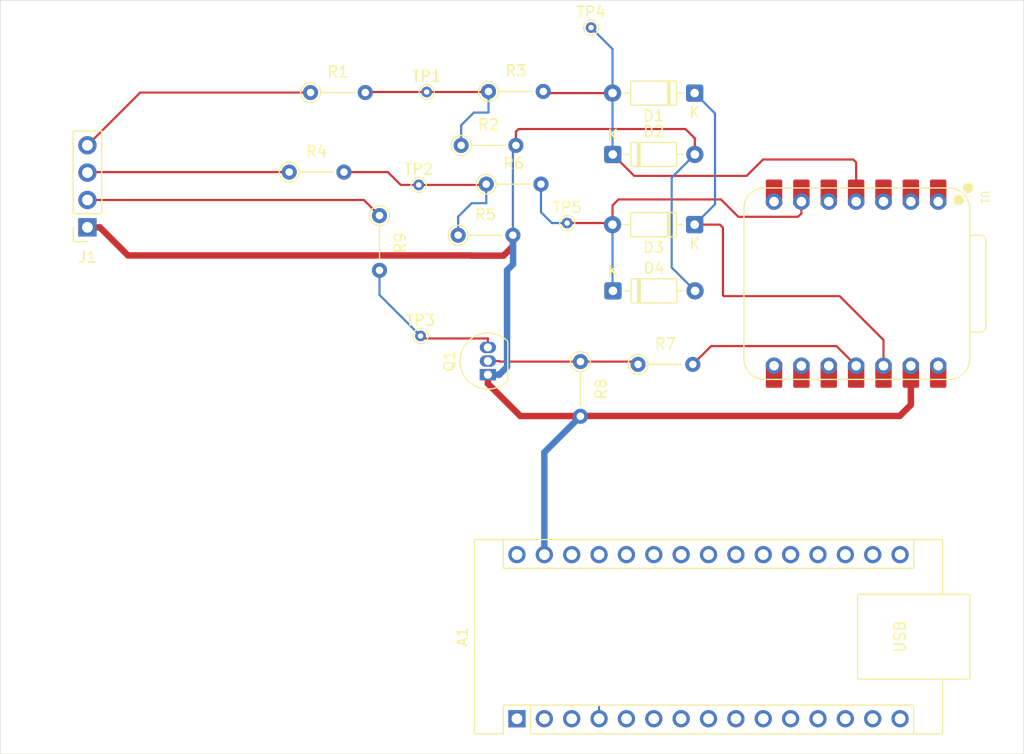
<source format=kicad_pcb>
(kicad_pcb (version 20241229) (generator "pcbnew") (generator_version "9.0")
  (layers (0 "F.Cu" signal) (2 "B.Cu" signal) (13 "F.Paste" user) (15 "B.Paste" user) (5 "F.SilkS" user "F.Silkscreen") (7 "B.SilkS" user "B.Silkscreen") (1 "F.Mask" user) (3 "B.Mask" user) (25 "Edge.Cuts" user))
  (net 0 "")
  (net 1 "Net-(D3-A)")
  (net 2 "Net-(D1-A)")
  (net 3 "Net-(D1-K)")
  (net 7 "Net-(J1-Pin_2)")
  (net 9 "Net-(U1-PA6_A10_D10_MOSI)")
  (net 12 "Net-(J1-Pin_4)")
  (net 13 "GND")
  (net 14 "Net-(J1-Pin_3)")
  (net 18 "Net-(Q1-G)")
  (net 19 "Net-(Q1-D)")
  (net 57 "Net-(R4-Pad2)")
  (net 58 "Net-(R1-Pad2)")
  (footprint "TestPoint:TestPoint_THTPad_D1.0mm_Drill0.5mm" (layer "F.Cu") (at 68.84 47.15)
    (property "Reference" "TP2" (at 0 -1.448 0) (layer "F.SilkS"))
    (property "Value" "TestPoint" (hide yes))
    (fp_circle (center 0 0) (end 0 0.7) (stroke (width 0.12)) (fill no) (layer "F.SilkS"))
    (pad "1" thru_hole circle (at 0 0) (size 1 1) (drill 0.5) (layers "*.Cu" "*.Mask") (net 57 "Net-(R4-Pad2)"))
  )
  (footprint "Diode_THT:D_DO-35_SOD27_P7.62mm_Horizontal" (layer "F.Cu") (at 86.85 44.32)
    (property "Reference" "D2" (at 3.81 -2.12 0) (layer "F.SilkS"))
    (property "Value" "BAT43")
    (fp_line (start 1.04 0) (end 1.69 0) (stroke (width 0.12)) (layer "F.SilkS"))
    (fp_line (start 2.29 -1.12) (end 2.29 1.12) (stroke (width 0.12)) (layer "F.SilkS"))
    (fp_line (start 2.41 -1.12) (end 2.41 1.12) (stroke (width 0.12)) (layer "F.SilkS"))
    (fp_line (start 2.53 -1.12) (end 2.53 1.12) (stroke (width 0.12)) (layer "F.SilkS"))
    (fp_line (start 6.58 0) (end 5.93 0) (stroke (width 0.12)) (layer "F.SilkS"))
    (fp_rect (start 1.69 -1.12) (end 5.93 1.12) (stroke (width 0.12)) (fill no) (layer "F.SilkS"))
    (fp_text user "K" (at 0 -1.8 0) (layer "F.SilkS"))
    (pad "1" thru_hole roundrect (at 0 0) (size 1.6 1.6) (drill 0.8) (layers "*.Cu" "*.Mask") (roundrect_rratio 0.15625) (net 2 "Net-(D1-A)"))
    (pad "2" thru_hole circle (at 7.62 0) (size 1.6 1.6) (drill 0.8) (layers "*.Cu" "*.Mask") (net 13 "GND"))
  )
  (footprint "Resistor_THT:R_Axial_DIN0204_L3.6mm_D1.6mm_P5.08mm_Vertical" (layer "F.Cu") (at 65.2 50 -90)
    (property "Reference" "R9" (at 2.54 -1.92 90) (layer "F.SilkS"))
    (property "Value" "100k")
    (fp_line (start 0.92 0) (end 4.08 0) (stroke (width 0.12)) (layer "F.SilkS"))
    (fp_circle (center 0 0) (end 0.92 0) (stroke (width 0.12)) (fill no) (layer "F.SilkS"))
    (pad "1" thru_hole circle (at 0 0 270) (size 1.4 1.4) (drill 0.7) (layers "*.Cu" "*.Mask") (net 7 "Net-(J1-Pin_2)"))
    (pad "2" thru_hole circle (at 5.08 0 270) (size 1.4 1.4) (drill 0.7) (layers "*.Cu" "*.Mask") (net 19 "Net-(Q1-D)"))
  )
  (footprint "MOUDLE-SEEEDUINO-XIAO-ESP32S3:XIAO-ESP32S3-DIP" (layer "F.Cu") (at 109.44 56.3223 -90)
    (property "Reference" "U1" (at -8 -12 270) (layer "F.SilkS") (effects (font (size 0.8 0.635) (thickness 0.1016))))
    (property "Value" "MOUDLE-SEEEDUINO-XIAO-ESP32S3")
    (fp_line (start -6.985 10.414) (end 6.985 10.414) (stroke (width 0.127)) (layer "F.SilkS"))
    (fp_line (start -8.89 8.509) (end -8.89 -8.636) (stroke (width 0.127)) (layer "F.SilkS"))
    (fp_line (start 8.89 8.509) (end 8.89 -8.636) (stroke (width 0.127)) (layer "F.SilkS"))
    (fp_line (start -4.495 -10.541) (end -4.491272 -11.551272) (stroke (width 0.127)) (layer "F.SilkS"))
    (fp_line (start 6.985 -10.541) (end -6.985 -10.541) (stroke (width 0.1)) (layer "F.SilkS"))
    (fp_line (start 6.985 -10.541) (end -6.985 -10.541) (stroke (width 0.127)) (layer "F.SilkS"))
    (fp_line (start 4.504 -11.551) (end 4.504 -10.541) (stroke (width 0.127)) (layer "F.SilkS"))
    (fp_line (start -3.991272 -12.051) (end 4.004 -12.051) (stroke (width 0.127)) (layer "F.SilkS"))
    (fp_arc (start -6.985 10.414) (mid -8.332038 9.856038) (end -8.89 8.509) (stroke (width 0.127)) (layer "F.SilkS"))
    (fp_arc (start 8.89 8.509) (mid 8.332038 9.856038) (end 6.985 10.414) (stroke (width 0.127)) (layer "F.SilkS"))
    (fp_arc (start -8.89 -8.636) (mid -8.332038 -9.983038) (end -6.985 -10.541) (stroke (width 0.127)) (layer "F.SilkS"))
    (fp_arc (start 6.985 -10.541) (mid 8.332038 -9.983038) (end 8.89 -8.636) (stroke (width 0.127)) (layer "F.SilkS"))
    (fp_arc (start -4.491272 -11.551272) (mid -4.344728 -11.90464) (end -3.991272 -12.051) (stroke (width 0.127)) (layer "F.SilkS"))
    (fp_arc (start 4.004 -12.051) (mid 4.357553 -11.904553) (end 4.504 -11.551) (stroke (width 0.127)) (layer "F.SilkS"))
    (fp_circle (center -7.761 -9.52) (end -7.761 -9.774) (stroke (width 0.5)) (fill yes) (layer "F.SilkS"))
    (fp_circle (center -8.904 -10.4) (end -8.904 -10.654) (stroke (width 0.5)) (fill yes) (layer "F.SilkS"))
    (pad "1" smd roundrect (at -8.455 -7.62 90) (size 2.432 1.524) (layers "F.Cu" "F.Mask") (roundrect_rratio 0.1))
    (pad "1" thru_hole circle (at -7.62 -7.62 90) (size 1.524 1.524) (drill 0.889) (layers "*.Cu" "*.Mask"))
    (pad "2" smd roundrect (at -8.455 -5.08 90) (size 2.432 1.524) (layers "F.Cu" "F.Mask") (roundrect_rratio 0.1))
    (pad "2" thru_hole circle (at -7.62 -5.08 90) (size 1.524 1.524) (drill 0.889) (layers "*.Cu" "*.Mask"))
    (pad "3" smd roundrect (at -8.455 -2.54 90) (size 2.432 1.524) (layers "F.Cu" "F.Mask") (roundrect_rratio 0.1))
    (pad "3" thru_hole circle (at -7.62 -2.54 90) (size 1.524 1.524) (drill 0.889) (layers "*.Cu" "*.Mask"))
    (pad "4" smd roundrect (at -8.455 0 90) (size 2.432 1.524) (layers "F.Cu" "F.Mask") (roundrect_rratio 0.1) (net 2 "Net-(D1-A)"))
    (pad "4" thru_hole circle (at -7.62 0 90) (size 1.524 1.524) (drill 0.889) (layers "*.Cu" "*.Mask") (net 2 "Net-(D1-A)"))
    (pad "5" smd roundrect (at -8.455 2.54 90) (size 2.432 1.524) (layers "F.Cu" "F.Mask") (roundrect_rratio 0.1))
    (pad "5" thru_hole circle (at -7.62 2.54 90) (size 1.524 1.524) (drill 0.889) (layers "*.Cu" "*.Mask"))
    (pad "6" smd roundrect (at -8.455 5.08 90) (size 2.432 1.524) (layers "F.Cu" "F.Mask") (roundrect_rratio 0.1) (net 1 "Net-(D3-A)"))
    (pad "6" thru_hole circle (at -7.62 5.08 90) (size 1.524 1.524) (drill 0.889) (layers "*.Cu" "*.Mask") (net 1 "Net-(D3-A)"))
    (pad "7" smd roundrect (at -8.455 7.62 90) (size 2.432 1.524) (layers "F.Cu" "F.Mask") (roundrect_rratio 0.1))
    (pad "7" thru_hole circle (at -7.62 7.62 90) (size 1.524 1.524) (drill 0.889) (layers "*.Cu" "*.Mask"))
    (pad "8" thru_hole circle (at 7.62 7.62 270) (size 1.524 1.524) (drill 0.889) (layers "*.Cu" "*.Mask"))
    (pad "8" smd roundrect (at 8.455 7.62 270) (size 2.432 1.524) (layers "F.Cu" "F.Mask") (roundrect_rratio 0.1))
    (pad "9" thru_hole circle (at 7.62 5.08 270) (size 1.524 1.524) (drill 0.889) (layers "*.Cu" "*.Mask"))
    (pad "9" smd roundrect (at 8.455 5.08 270) (size 2.432 1.524) (layers "F.Cu" "F.Mask") (roundrect_rratio 0.1))
    (pad "10" thru_hole circle (at 7.62 2.54 270) (size 1.524 1.524) (drill 0.889) (layers "*.Cu" "*.Mask"))
    (pad "10" smd roundrect (at 8.455 2.54 270) (size 2.432 1.524) (layers "F.Cu" "F.Mask") (roundrect_rratio 0.1))
    (pad "11" thru_hole circle (at 7.62 0 270) (size 1.524 1.524) (drill 0.889) (layers "*.Cu" "*.Mask") (net 9 "Net-(U1-PA6_A10_D10_MOSI)"))
    (pad "11" smd roundrect (at 8.455 0 270) (size 2.432 1.524) (layers "F.Cu" "F.Mask") (roundrect_rratio 0.1) (net 9 "Net-(U1-PA6_A10_D10_MOSI)"))
    (pad "12" thru_hole circle (at 7.62 -2.54 270) (size 1.524 1.524) (drill 0.889) (layers "*.Cu" "*.Mask") (net 3 "Net-(D1-K)"))
    (pad "12" smd roundrect (at 8.455 -2.54 270) (size 2.432 1.524) (layers "F.Cu" "F.Mask") (roundrect_rratio 0.1) (net 3 "Net-(D1-K)"))
    (pad "13" thru_hole circle (at 7.62 -5.08 270) (size 1.524 1.524) (drill 0.889) (layers "*.Cu" "*.Mask") (net 13 "GND"))
    (pad "13" smd roundrect (at 8.455 -5.08 270) (size 2.432 1.524) (layers "F.Cu" "F.Mask") (roundrect_rratio 0.1) (net 13 "GND"))
    (pad "14" thru_hole circle (at 7.62 -7.62 270) (size 1.524 1.524) (drill 0.889) (layers "*.Cu" "*.Mask"))
    (pad "14" smd roundrect (at 8.455 -7.62 270) (size 2.432 1.524) (layers "F.Cu" "F.Mask") (roundrect_rratio 0.1))
  )
  (footprint "Resistor_THT:R_Axial_DIN0204_L3.6mm_D1.6mm_P5.08mm_Vertical" (layer "F.Cu") (at 75.32 38.47)
    (property "Reference" "R3" (at 2.54 -1.92 0) (layer "F.SilkS"))
    (property "Value" "2k2")
    (fp_line (start 0.92 0) (end 4.08 0) (stroke (width 0.12)) (layer "F.SilkS"))
    (fp_circle (center 0 0) (end 0.92 0) (stroke (width 0.12)) (fill no) (layer "F.SilkS"))
    (pad "1" thru_hole circle (at 0 0) (size 1.4 1.4) (drill 0.7) (layers "*.Cu" "*.Mask") (net 58 "Net-(R1-Pad2)"))
    (pad "2" thru_hole circle (at 5.08 0) (size 1.4 1.4) (drill 0.7) (layers "*.Cu" "*.Mask") (net 2 "Net-(D1-A)"))
  )
  (footprint "TestPoint:TestPoint_THTPad_D1.0mm_Drill0.5mm" (layer "F.Cu") (at 69.58 38.52)
    (property "Reference" "TP1" (at 0 -1.448 0) (layer "F.SilkS"))
    (property "Value" "TestPoint")
    (fp_circle (center 0 0) (end 0 0.7) (stroke (width 0.12)) (fill no) (layer "F.SilkS"))
    (pad "1" thru_hole circle (at 0 0) (size 1 1) (drill 0.5) (layers "*.Cu" "*.Mask") (net 58 "Net-(R1-Pad2)"))
  )
  (footprint "Resistor_THT:R_Axial_DIN0204_L3.6mm_D1.6mm_P5.08mm_Vertical" (layer "F.Cu") (at 89.2 63.82)
    (property "Reference" "R7" (at 2.54 -1.92 0) (layer "F.SilkS"))
    (property "Value" "220R")
    (fp_line (start 0.92 0) (end 4.08 0) (stroke (width 0.12)) (layer "F.SilkS"))
    (fp_circle (center 0 0) (end 0.92 0) (stroke (width 0.12)) (fill no) (layer "F.SilkS"))
    (pad "1" thru_hole circle (at 0 0) (size 1.4 1.4) (drill 0.7) (layers "*.Cu" "*.Mask") (net 18 "Net-(Q1-G)"))
    (pad "2" thru_hole circle (at 5.08 0) (size 1.4 1.4) (drill 0.7) (layers "*.Cu" "*.Mask") (net 9 "Net-(U1-PA6_A10_D10_MOSI)"))
  )
  (footprint "Resistor_THT:R_Axial_DIN0204_L3.6mm_D1.6mm_P5.08mm_Vertical" (layer "F.Cu") (at 83.85 63.56 -90)
    (property "Reference" "R8" (at 2.54 -1.92 90) (layer "F.SilkS"))
    (property "Value" "100k")
    (fp_line (start 0.92 0) (end 4.08 0) (stroke (width 0.12)) (layer "F.SilkS"))
    (fp_circle (center 0 0) (end 0.92 0) (stroke (width 0.12)) (fill no) (layer "F.SilkS"))
    (pad "1" thru_hole circle (at 0 0 270) (size 1.4 1.4) (drill 0.7) (layers "*.Cu" "*.Mask") (net 18 "Net-(Q1-G)"))
    (pad "2" thru_hole circle (at 5.08 0 270) (size 1.4 1.4) (drill 0.7) (layers "*.Cu" "*.Mask") (net 13 "GND"))
  )
  (footprint "TestPoint:TestPoint_THTPad_D1.0mm_Drill0.5mm" (layer "F.Cu") (at 69.01 61.18)
    (property "Reference" "TP3" (at 0 -1.448 0) (layer "F.SilkS"))
    (property "Value" "TestPoint")
    (fp_circle (center 0 0) (end 0 0.7) (stroke (width 0.12)) (fill no) (layer "F.SilkS"))
    (pad "1" thru_hole circle (at 0 0) (size 1 1) (drill 0.5) (layers "*.Cu" "*.Mask") (net 19 "Net-(Q1-D)"))
  )
  (footprint "Diode_THT:D_DO-35_SOD27_P7.62mm_Horizontal" (layer "F.Cu") (at 86.87 56.99)
    (property "Reference" "D4" (at 3.81 -2.12 0) (layer "F.SilkS"))
    (property "Value" "BAT43")
    (fp_line (start 1.04 0) (end 1.69 0) (stroke (width 0.12)) (layer "F.SilkS"))
    (fp_line (start 2.29 -1.12) (end 2.29 1.12) (stroke (width 0.12)) (layer "F.SilkS"))
    (fp_line (start 2.41 -1.12) (end 2.41 1.12) (stroke (width 0.12)) (layer "F.SilkS"))
    (fp_line (start 2.53 -1.12) (end 2.53 1.12) (stroke (width 0.12)) (layer "F.SilkS"))
    (fp_line (start 6.58 0) (end 5.93 0) (stroke (width 0.12)) (layer "F.SilkS"))
    (fp_rect (start 1.69 -1.12) (end 5.93 1.12) (stroke (width 0.12)) (fill no) (layer "F.SilkS"))
    (fp_text user "K" (at 0 -1.8 0) (layer "F.SilkS"))
    (pad "1" thru_hole roundrect (at 0 0) (size 1.6 1.6) (drill 0.8) (layers "*.Cu" "*.Mask") (roundrect_rratio 0.15625) (net 1 "Net-(D3-A)"))
    (pad "2" thru_hole circle (at 7.62 0) (size 1.6 1.6) (drill 0.8) (layers "*.Cu" "*.Mask") (net 13 "GND"))
  )
  (footprint "TestPoint:TestPoint_THTPad_D1.0mm_Drill0.5mm" (layer "F.Cu") (at 84.84 32.54)
    (property "Reference" "TP4" (at 0 -1.448 0) (layer "F.SilkS"))
    (property "Value" "TestPoint")
    (fp_circle (center 0 0) (end 0 0.7) (stroke (width 0.12)) (fill no) (layer "F.SilkS"))
    (pad "1" thru_hole circle (at 0 0) (size 1 1) (drill 0.5) (layers "*.Cu" "*.Mask") (net 2 "Net-(D1-A)"))
  )
  (footprint "Diode_THT:D_DO-35_SOD27_P7.62mm_Horizontal" (layer "F.Cu") (at 94.45 38.62 180)
    (property "Reference" "D1" (at 3.81 -2.12 0) (layer "F.SilkS"))
    (property "Value" "BAT43")
    (fp_line (start 6.58 0) (end 5.93 0) (stroke (width 0.12)) (layer "F.SilkS"))
    (fp_line (start 2.53 -1.12) (end 2.53 1.12) (stroke (width 0.12)) (layer "F.SilkS"))
    (fp_line (start 2.41 -1.12) (end 2.41 1.12) (stroke (width 0.12)) (layer "F.SilkS"))
    (fp_line (start 2.29 -1.12) (end 2.29 1.12) (stroke (width 0.12)) (layer "F.SilkS"))
    (fp_line (start 1.04 0) (end 1.69 0) (stroke (width 0.12)) (layer "F.SilkS"))
    (fp_rect (start 1.69 -1.12) (end 5.93 1.12) (stroke (width 0.12)) (fill no) (layer "F.SilkS"))
    (fp_text user "K" (at 0 -1.8 0) (layer "F.SilkS"))
    (pad "1" thru_hole roundrect (at 0 0 180) (size 1.6 1.6) (drill 0.8) (layers "*.Cu" "*.Mask") (roundrect_rratio 0.15625) (net 3 "Net-(D1-K)"))
    (pad "2" thru_hole circle (at 7.62 0 180) (size 1.6 1.6) (drill 0.8) (layers "*.Cu" "*.Mask") (net 2 "Net-(D1-A)"))
  )
  (footprint "Diode_THT:D_DO-35_SOD27_P7.62mm_Horizontal" (layer "F.Cu") (at 94.45 50.84 180)
    (property "Reference" "D3" (at 3.81 -2.12 0) (layer "F.SilkS"))
    (property "Value" "BAT43")
    (fp_line (start 6.58 0) (end 5.93 0) (stroke (width 0.12)) (layer "F.SilkS"))
    (fp_line (start 2.53 -1.12) (end 2.53 1.12) (stroke (width 0.12)) (layer "F.SilkS"))
    (fp_line (start 2.41 -1.12) (end 2.41 1.12) (stroke (width 0.12)) (layer "F.SilkS"))
    (fp_line (start 2.29 -1.12) (end 2.29 1.12) (stroke (width 0.12)) (layer "F.SilkS"))
    (fp_line (start 1.04 0) (end 1.69 0) (stroke (width 0.12)) (layer "F.SilkS"))
    (fp_rect (start 1.69 -1.12) (end 5.93 1.12) (stroke (width 0.12)) (fill no) (layer "F.SilkS"))
    (fp_text user "K" (at 0 -1.8 0) (layer "F.SilkS"))
    (pad "1" thru_hole roundrect (at 0 0 180) (size 1.6 1.6) (drill 0.8) (layers "*.Cu" "*.Mask") (roundrect_rratio 0.15625) (net 3 "Net-(D1-K)"))
    (pad "2" thru_hole circle (at 7.62 0 180) (size 1.6 1.6) (drill 0.8) (layers "*.Cu" "*.Mask") (net 1 "Net-(D3-A)"))
  )
  (footprint "Module:Arduino_Nano_WithMountingHoles" (layer "F.Cu") (at 77.96 96.73 90)
    (property "Reference" "A1" (at 7.62 -5.08 90) (layer "F.SilkS"))
    (property "Value" "Arduino_Nano_Every")
    (fp_line (start 16.64 -3.94) (end -1.4 -3.94) (stroke (width 0.12)) (layer "F.SilkS"))
    (fp_line (start -1.4 -3.94) (end -1.4 -1.27) (stroke (width 0.12)) (layer "F.SilkS"))
    (fp_line (start 13.97 -1.27) (end 16.64 -1.27) (stroke (width 0.12)) (layer "F.SilkS"))
    (fp_line (start 13.97 -1.27) (end 13.97 36.83) (stroke (width 0.12)) (layer "F.SilkS"))
    (fp_line (start 1.27 -1.27) (end -1.4 -1.27) (stroke (width 0.12)) (layer "F.SilkS"))
    (fp_line (start 1.27 1.27) (end 1.27 -1.27) (stroke (width 0.12)) (layer "F.SilkS"))
    (fp_line (start 1.27 1.27) (end -1.4 1.27) (stroke (width 0.12)) (layer "F.SilkS"))
    (fp_line (start 1.27 1.27) (end 1.27 36.83) (stroke (width 0.12)) (layer "F.SilkS"))
    (fp_line (start -1.4 1.27) (end -1.4 39.5) (stroke (width 0.12)) (layer "F.SilkS"))
    (fp_line (start 11.56 31.62) (end 11.56 42.04) (stroke (width 0.12)) (layer "F.SilkS"))
    (fp_line (start 3.68 31.62) (end 11.56 31.62) (stroke (width 0.12)) (layer "F.SilkS"))
    (fp_line (start 13.97 36.83) (end 16.64 36.83) (stroke (width 0.12)) (layer "F.SilkS"))
    (fp_line (start 1.27 36.83) (end -1.4 36.83) (stroke (width 0.12)) (layer "F.SilkS"))
    (fp_line (start 16.64 39.5) (end 16.64 -3.94) (stroke (width 0.12)) (layer "F.SilkS"))
    (fp_line (start 16.64 39.5) (end 11.56 39.5) (stroke (width 0.12)) (layer "F.SilkS"))
    (fp_line (start -1.4 39.5) (end 3.68 39.5) (stroke (width 0.12)) (layer "F.SilkS"))
    (fp_line (start 11.56 42.04) (end 3.68 42.04) (stroke (width 0.12)) (layer "F.SilkS"))
    (fp_line (start 3.68 42.04) (end 3.68 31.62) (stroke (width 0.12)) (layer "F.SilkS"))
    (fp_text user "USB" (at 7.62 35.56 90) (layer "F.SilkS"))
    (pad "" np_thru_hole circle (at 0 -2.54 90) (size 1.78 1.78) (drill 1.78) (layers "*.Cu" "*.Mask"))
    (pad "" np_thru_hole circle (at 0 38.1 90) (size 1.78 1.78) (drill 1.78) (layers "*.Cu" "*.Mask"))
    (pad "" np_thru_hole circle (at 15.24 -2.54 90) (size 1.78 1.78) (drill 1.78) (layers "*.Cu" "*.Mask"))
    (pad "" np_thru_hole circle (at 15.24 38.1 90) (size 1.78 1.78) (drill 1.78) (layers "*.Cu" "*.Mask"))
    (pad "1" thru_hole rect (at 0 0 90) (size 1.6 1.6) (drill 1) (layers "*.Cu" "*.Mask"))
    (pad "2" thru_hole oval (at 0 2.54 90) (size 1.6 1.6) (drill 1) (layers "*.Cu" "*.Mask"))
    (pad "3" thru_hole oval (at 0 5.08 90) (size 1.6 1.6) (drill 1) (layers "*.Cu" "*.Mask"))
    (pad "4" thru_hole oval (at 0 7.62 90) (size 1.6 1.6) (drill 1) (layers "*.Cu" "*.Mask") (net 13 "GND"))
    (pad "5" thru_hole oval (at 0 10.16 90) (size 1.6 1.6) (drill 1) (layers "*.Cu" "*.Mask"))
    (pad "6" thru_hole oval (at 0 12.7 90) (size 1.6 1.6) (drill 1) (layers "*.Cu" "*.Mask"))
    (pad "7" thru_hole oval (at 0 15.24 90) (size 1.6 1.6) (drill 1) (layers "*.Cu" "*.Mask"))
    (pad "8" thru_hole oval (at 0 17.78 90) (size 1.6 1.6) (drill 1) (layers "*.Cu" "*.Mask"))
    (pad "9" thru_hole oval (at 0 20.32 90) (size 1.6 1.6) (drill 1) (layers "*.Cu" "*.Mask"))
    (pad "10" thru_hole oval (at 0 22.86 90) (size 1.6 1.6) (drill 1) (layers "*.Cu" "*.Mask"))
    (pad "11" thru_hole oval (at 0 25.4 90) (size 1.6 1.6) (drill 1) (layers "*.Cu" "*.Mask"))
    (pad "12" thru_hole oval (at 0 27.94 90) (size 1.6 1.6) (drill 1) (layers "*.Cu" "*.Mask"))
    (pad "13" thru_hole oval (at 0 30.48 90) (size 1.6 1.6) (drill 1) (layers "*.Cu" "*.Mask"))
    (pad "14" thru_hole oval (at 0 33.02 90) (size 1.6 1.6) (drill 1) (layers "*.Cu" "*.Mask"))
    (pad "15" thru_hole oval (at 0 35.56 90) (size 1.6 1.6) (drill 1) (layers "*.Cu" "*.Mask"))
    (pad "16" thru_hole oval (at 15.24 35.56 90) (size 1.6 1.6) (drill 1) (layers "*.Cu" "*.Mask"))
    (pad "17" thru_hole oval (at 15.24 33.02 90) (size 1.6 1.6) (drill 1) (layers "*.Cu" "*.Mask"))
    (pad "18" thru_hole oval (at 15.24 30.48 90) (size 1.6 1.6) (drill 1) (layers "*.Cu" "*.Mask"))
    (pad "19" thru_hole oval (at 15.24 27.94 90) (size 1.6 1.6) (drill 1) (layers "*.Cu" "*.Mask"))
    (pad "20" thru_hole oval (at 15.24 25.4 90) (size 1.6 1.6) (drill 1) (layers "*.Cu" "*.Mask"))
    (pad "21" thru_hole oval (at 15.24 22.86 90) (size 1.6 1.6) (drill 1) (layers "*.Cu" "*.Mask"))
    (pad "22" thru_hole oval (at 15.24 20.32 90) (size 1.6 1.6) (drill 1) (layers "*.Cu" "*.Mask"))
    (pad "23" thru_hole oval (at 15.24 17.78 90) (size 1.6 1.6) (drill 1) (layers "*.Cu" "*.Mask"))
    (pad "24" thru_hole oval (at 15.24 15.24 90) (size 1.6 1.6) (drill 1) (layers "*.Cu" "*.Mask"))
    (pad "25" thru_hole oval (at 15.24 12.7 90) (size 1.6 1.6) (drill 1) (layers "*.Cu" "*.Mask"))
    (pad "26" thru_hole oval (at 15.24 10.16 90) (size 1.6 1.6) (drill 1) (layers "*.Cu" "*.Mask"))
    (pad "27" thru_hole oval (at 15.24 7.62 90) (size 1.6 1.6) (drill 1) (layers "*.Cu" "*.Mask"))
    (pad "28" thru_hole oval (at 15.24 5.08 90) (size 1.6 1.6) (drill 1) (layers "*.Cu" "*.Mask"))
    (pad "29" thru_hole oval (at 15.24 2.54 90) (size 1.6 1.6) (drill 1) (layers "*.Cu" "*.Mask") (net 13 "GND"))
    (pad "30" thru_hole oval (at 15.24 0 90) (size 1.6 1.6) (drill 1) (layers "*.Cu" "*.Mask"))
  )
  (footprint "Resistor_THT:R_Axial_DIN0204_L3.6mm_D1.6mm_P5.08mm_Vertical" (layer "F.Cu") (at 56.82 45.96)
    (property "Reference" "R4" (at 2.54 -1.92 0) (layer "F.SilkS"))
    (property "Value" "22k")
    (fp_line (start 0.92 0) (end 4.08 0) (stroke (width 0.12)) (layer "F.SilkS"))
    (fp_circle (center 0 0) (end 0.92 0) (stroke (width 0.12)) (fill no) (layer "F.SilkS"))
    (pad "1" thru_hole circle (at 0 0) (size 1.4 1.4) (drill 0.7) (layers "*.Cu" "*.Mask") (net 14 "Net-(J1-Pin_3)"))
    (pad "2" thru_hole circle (at 5.08 0) (size 1.4 1.4) (drill 0.7) (layers "*.Cu" "*.Mask") (net 57 "Net-(R4-Pad2)"))
  )
  (footprint "Connector_PinSocket_2.54mm:PinSocket_1x04_P2.54mm_Vertical" (layer "F.Cu") (at 38.0914 51.0899 180)
    (property "Reference" "J1" (at 0 -2.77 180) (layer "F.SilkS"))
    (property "Value" "Conn_01x04_Socket")
    (fp_line (start 1.33 1.27) (end 1.33 8.95) (stroke (width 0.12)) (layer "F.SilkS"))
    (fp_line (start 1.33 -1.33) (end 1.33 0) (stroke (width 0.12)) (layer "F.SilkS"))
    (fp_line (start 0 -1.33) (end 1.33 -1.33) (stroke (width 0.12)) (layer "F.SilkS"))
    (fp_line (start -1.33 8.95) (end 1.33 8.95) (stroke (width 0.12)) (layer "F.SilkS"))
    (fp_line (start -1.33 1.27) (end 1.33 1.27) (stroke (width 0.12)) (layer "F.SilkS"))
    (fp_line (start -1.33 1.27) (end -1.33 8.95) (stroke (width 0.12)) (layer "F.SilkS"))
    (pad "1" thru_hole rect (at 0 0 180) (size 1.7 1.7) (drill 1) (layers "*.Cu" "*.Mask") (net 13 "GND"))
    (pad "2" thru_hole circle (at 0 2.54 180) (size 1.7 1.7) (drill 1) (layers "*.Cu" "*.Mask") (net 7 "Net-(J1-Pin_2)"))
    (pad "3" thru_hole circle (at 0 5.08 180) (size 1.7 1.7) (drill 1) (layers "*.Cu" "*.Mask") (net 14 "Net-(J1-Pin_3)"))
    (pad "4" thru_hole circle (at 0 7.62 180) (size 1.7 1.7) (drill 1) (layers "*.Cu" "*.Mask") (net 12 "Net-(J1-Pin_4)"))
  )
  (footprint "Resistor_THT:R_Axial_DIN0204_L3.6mm_D1.6mm_P5.08mm_Vertical" (layer "F.Cu") (at 75.11 47.08)
    (property "Reference" "R6" (at 2.54 -1.92 0) (layer "F.SilkS"))
    (property "Value" "2k2")
    (fp_line (start 0.92 0) (end 4.08 0) (stroke (width 0.12)) (layer "F.SilkS"))
    (fp_circle (center 0 0) (end 0.92 0) (stroke (width 0.12)) (fill no) (layer "F.SilkS"))
    (pad "1" thru_hole circle (at 0 0) (size 1.4 1.4) (drill 0.7) (layers "*.Cu" "*.Mask") (net 57 "Net-(R4-Pad2)"))
    (pad "2" thru_hole circle (at 5.08 0) (size 1.4 1.4) (drill 0.7) (layers "*.Cu" "*.Mask") (net 1 "Net-(D3-A)"))
  )
  (footprint "TestPoint:TestPoint_THTPad_D1.0mm_Drill0.5mm" (layer "F.Cu") (at 82.62 50.69)
    (property "Reference" "TP5" (at 0 -1.448 0) (layer "F.SilkS"))
    (property "Value" "TestPoint")
    (fp_circle (center 0 0) (end 0 0.7) (stroke (width 0.12)) (fill no) (layer "F.SilkS"))
    (pad "1" thru_hole circle (at 0 0) (size 1 1) (drill 0.5) (layers "*.Cu" "*.Mask") (net 1 "Net-(D3-A)"))
  )
  (footprint "Resistor_THT:R_Axial_DIN0204_L3.6mm_D1.6mm_P5.08mm_Vertical" (layer "F.Cu") (at 58.8 38.57)
    (property "Reference" "R1" (at 2.54 -1.92 0) (layer "F.SilkS"))
    (property "Value" "22k")
    (fp_line (start 0.92 0) (end 4.08 0) (stroke (width 0.12)) (layer "F.SilkS"))
    (fp_circle (center 0 0) (end 0.92 0) (stroke (width 0.12)) (fill no) (layer "F.SilkS"))
    (pad "1" thru_hole circle (at 0 0) (size 1.4 1.4) (drill 0.7) (layers "*.Cu" "*.Mask") (net 12 "Net-(J1-Pin_4)"))
    (pad "2" thru_hole circle (at 5.08 0) (size 1.4 1.4) (drill 0.7) (layers "*.Cu" "*.Mask") (net 58 "Net-(R1-Pad2)"))
  )
  (footprint "Resistor_THT:R_Axial_DIN0204_L3.6mm_D1.6mm_P5.08mm_Vertical" (layer "F.Cu") (at 72.78 43.48)
    (property "Reference" "R2" (at 2.54 -1.92 0) (layer "F.SilkS"))
    (property "Value" "3k3")
    (fp_line (start 0.92 0) (end 4.08 0) (stroke (width 0.12)) (layer "F.SilkS"))
    (fp_circle (center 0 0) (end 0.92 0) (stroke (width 0.12)) (fill no) (layer "F.SilkS"))
    (pad "1" thru_hole circle (at 0 0) (size 1.4 1.4) (drill 0.7) (layers "*.Cu" "*.Mask") (net 58 "Net-(R1-Pad2)"))
    (pad "2" thru_hole circle (at 5.08 0) (size 1.4 1.4) (drill 0.7) (layers "*.Cu" "*.Mask") (net 13 "GND"))
  )
  (footprint "Package_TO_SOT_THT:TO-92_Inline" (layer "F.Cu") (at 75.26 64.78 90)
    (property "Reference" "Q1" (at 1.27 -3.56 90) (layer "F.SilkS"))
    (property "Value" "2N7000")
    (fp_line (start -0.53 1.85) (end 3.07 1.85) (stroke (width 0.12)) (layer "F.SilkS"))
    (fp_arc (start 1.27 -2.6) (mid 3.672087 -0.994977) (end 3.108478 1.838478) (stroke (width 0.12)) (layer "F.SilkS"))
    (fp_arc (start -0.568478 1.838478) (mid -1.132087 -0.994977) (end 1.27 -2.6) (stroke (width 0.12)) (layer "F.SilkS"))
    (pad "1" thru_hole rect (at 0 0 90) (size 1.05 1.5) (drill 0.75) (layers "*.Cu" "*.Mask") (net 13 "GND"))
    (pad "2" thru_hole oval (at 1.27 0 90) (size 1.05 1.5) (drill 0.75) (layers "*.Cu" "*.Mask") (net 18 "Net-(Q1-G)"))
    (pad "3" thru_hole oval (at 2.54 0 90) (size 1.05 1.5) (drill 0.75) (layers "*.Cu" "*.Mask") (net 19 "Net-(Q1-D)"))
  )
  (footprint "Resistor_THT:R_Axial_DIN0204_L3.6mm_D1.6mm_P5.08mm_Vertical" (layer "F.Cu") (at 72.5 51.82)
    (property "Reference" "R5" (at 2.54 -1.92 0) (layer "F.SilkS"))
    (property "Value" "3k3")
    (fp_line (start 0.92 0) (end 4.08 0) (stroke (width 0.12)) (layer "F.SilkS"))
    (fp_circle (center 0 0) (end 0.92 0) (stroke (width 0.12)) (fill no) (layer "F.SilkS"))
    (pad "1" thru_hole circle (at 0 0) (size 1.4 1.4) (drill 0.7) (layers "*.Cu" "*.Mask") (net 57 "Net-(R4-Pad2)"))
    (pad "2" thru_hole circle (at 5.08 0) (size 1.4 1.4) (drill 0.7) (layers "*.Cu" "*.Mask") (net 13 "GND"))
  )
  (gr_rect (start 30 30) (end 125 100) (stroke (width 0.05)) (fill no) (layer "Edge.Cuts"))
  (segment (start 82.62 50.69) (end 86.68 50.69) (width 0.2) (layer "F.Cu") (net 1))
  (segment (start 96.89 48.5) (end 87.38 48.5) (width 0.2) (layer "F.Cu") (net 1))
  (segment (start 104.36 48.7023) (end 104.36 49.8) (width 0.2) (layer "F.Cu") (net 1))
  (segment (start 104.36 48.7023) (end 104.36 47.8673) (width 0.2) (layer "F.Cu") (net 1))
  (segment (start 86.68 50.69) (end 86.83 50.84) (width 0.2) (layer "F.Cu") (net 1))
  (segment (start 104.05 50.11) (end 98.5 50.11) (width 0.2) (layer "F.Cu") (net 1))
  (segment (start 98.5 50.11) (end 96.89 48.5) (width 0.2) (layer "F.Cu") (net 1))
  (segment (start 87.38 48.5) (end 86.83 49.05) (width 0.2) (layer "F.Cu") (net 1))
  (segment (start 86.83 49.05) (end 86.83 50.84) (width 0.2) (layer "F.Cu") (net 1))
  (segment (start 104.36 49.8) (end 104.05 50.11) (width 0.2) (layer "F.Cu") (net 1))
  (segment (start 80.19 49.68) (end 80.19 47.08) (width 0.2) (layer "B.Cu") (net 1))
  (segment (start 86.87 56.99) (end 86.83 56.95) (width 0.2) (layer "B.Cu") (net 1))
  (segment (start 82.62 50.69) (end 81.2 50.69) (width 0.2) (layer "B.Cu") (net 1))
  (segment (start 81.2 50.69) (end 80.19 49.68) (width 0.2) (layer "B.Cu") (net 1))
  (segment (start 86.83 56.95) (end 86.83 50.84) (width 0.2) (layer "B.Cu") (net 1))
  (segment (start 99.28 46.31) (end 88.84 46.31) (width 0.2) (layer "F.Cu") (net 2))
  (segment (start 80.55 38.62) (end 80.4 38.47) (width 0.2) (layer "F.Cu") (net 2))
  (segment (start 86.83 38.62) (end 80.55 38.62) (width 0.2) (layer "F.Cu") (net 2))
  (segment (start 109.44 47.8673) (end 109.44 48.7023) (width 0.2) (layer "F.Cu") (net 2))
  (segment (start 109.44 45.06) (end 109.17 44.79) (width 0.2) (layer "F.Cu") (net 2))
  (segment (start 109.44 47.8673) (end 109.44 45.06) (width 0.2) (layer "F.Cu") (net 2))
  (segment (start 100.8 44.79) (end 99.28 46.31) (width 0.2) (layer "F.Cu") (net 2))
  (segment (start 109.17 44.79) (end 100.8 44.79) (width 0.2) (layer "F.Cu") (net 2))
  (segment (start 88.84 46.31) (end 86.85 44.32) (width 0.2) (layer "F.Cu") (net 2))
  (segment (start 86.83 34.53) (end 86.83 38.62) (width 0.2) (layer "B.Cu") (net 2))
  (segment (start 86.85 44.32) (end 86.83 44.3) (width 0.2) (layer "B.Cu") (net 2))
  (segment (start 84.84 32.54) (end 86.83 34.53) (width 0.2) (layer "B.Cu") (net 2))
  (segment (start 86.83 44.3) (end 86.83 38.62) (width 0.2) (layer "B.Cu") (net 2))
  (segment (start 97.16 57.48) (end 97.08 57.4) (width 0.2) (layer "F.Cu") (net 3))
  (segment (start 111.98 61.55) (end 107.91 57.48) (width 0.2) (layer "F.Cu") (net 3))
  (segment (start 107.91 57.48) (end 97.16 57.48) (width 0.2) (layer "F.Cu") (net 3))
  (segment (start 97.08 51.13) (end 96.79 50.84) (width 0.2) (layer "F.Cu") (net 3))
  (segment (start 111.98 63.9423) (end 111.98 64.7773) (width 0.2) (layer "F.Cu") (net 3))
  (segment (start 96.79 50.84) (end 94.45 50.84) (width 0.2) (layer "F.Cu") (net 3))
  (segment (start 97.08 57.4) (end 97.08 51.13) (width 0.2) (layer "F.Cu") (net 3))
  (segment (start 111.98 63.9423) (end 111.98 61.55) (width 0.2) (layer "F.Cu") (net 3))
  (segment (start 96.34 40.51) (end 96.34 48.95) (width 0.2) (layer "B.Cu") (net 3))
  (segment (start 96.34 48.95) (end 94.45 50.84) (width 0.2) (layer "B.Cu") (net 3))
  (segment (start 94.45 38.62) (end 96.34 40.51) (width 0.2) (layer "B.Cu") (net 3))
  (segment (start 38.0914 48.5499) (end 63.7499 48.5499) (width 0.2) (layer "F.Cu") (net 7))
  (segment (start 63.7499 48.5499) (end 65.2 50) (width 0.2) (layer "F.Cu") (net 7))
  (segment (start 109.44 64.7773) (end 109.44 63.9423) (width 0.2) (layer "F.Cu") (net 9))
  (segment (start 95.98 62.12) (end 94.28 63.82) (width 0.2) (layer "F.Cu") (net 9))
  (segment (start 109.44 63.9423) (end 107.6177 62.12) (width 0.2) (layer "F.Cu") (net 9))
  (segment (start 107.6177 62.12) (end 95.98 62.12) (width 0.2) (layer "F.Cu") (net 9))
  (segment (start 58.8 38.57) (end 42.9913 38.57) (width 0.2) (layer "F.Cu") (net 12))
  (segment (start 42.9913 38.57) (end 38.0914 43.4699) (width 0.2) (layer "F.Cu") (net 12))
  (segment (start 73.676471 53.7) (end 73.696471 53.72) (width 0.6) (layer "F.Cu") (net 13))
  (segment (start 39.2431 51.0899) (end 41.8532 53.7) (width 0.6) (layer "F.Cu") (net 13))
  (segment (start 78.2733 68.62) (end 75.26 65.6067) (width 0.6) (layer "F.Cu") (net 13))
  (segment (start 114.52 67.58) (end 114.52 64.7773) (width 0.6) (layer "F.Cu") (net 13))
  (segment (start 77.58 52.85) (end 77.58 51.82) (width 0.6) (layer "F.Cu") (net 13))
  (segment (start 41.8532 53.7) (end 73.676471 53.7) (width 0.6) (layer "F.Cu") (net 13))
  (segment (start 93.6 41.96) (end 78.11 41.96) (width 0.2) (layer "F.Cu") (net 13))
  (segment (start 78.11 41.96) (end 77.86 42.21) (width 0.2) (layer "F.Cu") (net 13))
  (segment (start 73.696471 53.72) (end 76.71 53.72) (width 0.6) (layer "F.Cu") (net 13))
  (segment (start 114.52 63.9423) (end 114.52 64.7773) (width 0.2) (layer "F.Cu") (net 13))
  (segment (start 83.1795 68.61) (end 113.49 68.61) (width 0.6) (layer "F.Cu") (net 13))
  (segment (start 94.47 42.83) (end 93.6 41.96) (width 0.2) (layer "F.Cu") (net 13))
  (segment (start 83.85 68.64) (end 83.83 68.62) (width 0.2) (layer "F.Cu") (net 13))
  (segment (start 75.26 65.6067) (end 75.26 64.78) (width 0.6) (layer "F.Cu") (net 13))
  (segment (start 76.71 53.72) (end 77.58 52.85) (width 0.6) (layer "F.Cu") (net 13))
  (segment (start 94.47 44.32) (end 94.47 42.83) (width 0.2) (layer "F.Cu") (net 13))
  (segment (start 113.49 68.61) (end 114.52 67.58) (width 0.6) (layer "F.Cu") (net 13))
  (segment (start 38.0914 51.0899) (end 39.2431 51.0899) (width 0.6) (layer "F.Cu") (net 13))
  (segment (start 77.86 42.21) (end 77.86 43.48) (width 0.2) (layer "F.Cu") (net 13))
  (segment (start 83.83 68.62) (end 78.2733 68.62) (width 0.6) (layer "F.Cu") (net 13))
  (segment (start 76.3117 64.78) (end 77.04 64.0517) (width 0.6) (layer "B.Cu") (net 13))
  (segment (start 77.58 43.76) (end 77.86 43.48) (width 0.2) (layer "B.Cu") (net 13))
  (segment (start 75.26 64.78) (end 76.3117 64.78) (width 0.6) (layer "B.Cu") (net 13))
  (segment (start 92.32 54.82) (end 94.49 56.99) (width 0.2) (layer "B.Cu") (net 13))
  (segment (start 77.58 51.82) (end 77.58 43.76) (width 0.2) (layer "B.Cu") (net 13))
  (segment (start 77.6 54.52) (end 77.6 51.84) (width 0.6) (layer "B.Cu") (net 13))
  (segment (start 77.6 51.84) (end 77.58 51.82) (width 0.6) (layer "B.Cu") (net 13))
  (segment (start 80.5 81.49) (end 80.5 71.99) (width 0.6) (layer "B.Cu") (net 13))
  (segment (start 94.47 44.32) (end 92.32 46.47) (width 0.2) (layer "B.Cu") (net 13))
  (segment (start 92.32 46.47) (end 92.32 54.82) (width 0.2) (layer "B.Cu") (net 13))
  (segment (start 77.04 64.0517) (end 77.04 55.08) (width 0.6) (layer "B.Cu") (net 13))
  (segment (start 85.58 96.73) (end 85.58 95.6283) (width 0.2) (layer "B.Cu") (net 13))
  (segment (start 77.04 55.08) (end 77.6 54.52) (width 0.6) (layer "B.Cu") (net 13))
  (segment (start 80.5 71.99) (end 83.85 68.64) (width 0.6) (layer "B.Cu") (net 13))
  (segment (start 38.1413 45.96) (end 38.0914 46.0099) (width 0.2) (layer "F.Cu") (net 14))
  (segment (start 56.82 45.96) (end 38.1413 45.96) (width 0.2) (layer "F.Cu") (net 14))
  (segment (start 88.94 63.56) (end 89.2 63.82) (width 0.2) (layer "F.Cu") (net 18))
  (segment (start 75.26 63.51) (end 76.3117 63.51) (width 0.2) (layer "F.Cu") (net 18))
  (segment (start 83.85 63.56) (end 88.94 63.56) (width 0.2) (layer "F.Cu") (net 18))
  (segment (start 83.85 63.56) (end 76.3617 63.56) (width 0.2) (layer "F.Cu") (net 18))
  (segment (start 76.3617 63.56) (end 76.3117 63.51) (width 0.2) (layer "F.Cu") (net 18))
  (segment (start 75.26 61.4133) (end 69.2433 61.4133) (width 0.2) (layer "F.Cu") (net 19))
  (segment (start 75.26 62.24) (end 75.26 61.4133) (width 0.2) (layer "F.Cu") (net 19))
  (segment (start 69.2433 61.4133) (end 69.01 61.18) (width 0.2) (layer "F.Cu") (net 19))
  (segment (start 69.01 61.18) (end 65.2 57.37) (width 0.2) (layer "B.Cu") (net 19))
  (segment (start 65.2 57.37) (end 65.2 55.08) (width 0.2) (layer "B.Cu") (net 19))
  (segment (start 65.98 45.96) (end 61.9 45.96) (width 0.2) (layer "F.Cu") (net 57))
  (segment (start 75.04 47.15) (end 75.11 47.08) (width 0.2) (layer "F.Cu") (net 57))
  (segment (start 67.17 47.15) (end 65.98 45.96) (width 0.2) (layer "F.Cu") (net 57))
  (segment (start 68.84 47.15) (end 67.17 47.15) (width 0.2) (layer "F.Cu") (net 57))
  (segment (start 68.84 47.15) (end 75.04 47.15) (width 0.2) (layer "F.Cu") (net 57))
  (segment (start 73.75 48.85) (end 75.1 48.85) (width 0.2) (layer "B.Cu") (net 57))
  (segment (start 75.1 48.85) (end 75.11 48.86) (width 0.2) (layer "B.Cu") (net 57))
  (segment (start 72.5 51.82) (end 72.5 50.1) (width 0.2) (layer "B.Cu") (net 57))
  (segment (start 75.11 48.86) (end 75.11 47.08) (width 0.2) (layer "B.Cu") (net 57))
  (segment (start 72.5 50.1) (end 73.75 48.85) (width 0.2) (layer "B.Cu") (net 57))
  (segment (start 69.58 38.52) (end 75.27 38.52) (width 0.2) (layer "F.Cu") (net 58))
  (segment (start 63.93 38.52) (end 69.58 38.52) (width 0.2) (layer "F.Cu") (net 58))
  (segment (start 63.88 38.57) (end 63.93 38.52) (width 0.2) (layer "F.Cu") (net 58))
  (segment (start 75.27 38.52) (end 75.32 38.47) (width 0.2) (layer "F.Cu") (net 58))
  (segment (start 75.32 40.4) (end 75.32 38.47) (width 0.2) (layer "B.Cu") (net 58))
  (segment (start 72.78 43.48) (end 72.78 41.61) (width 0.2) (layer "B.Cu") (net 58))
  (segment (start 73.96 40.43) (end 75.29 40.43) (width 0.2) (layer "B.Cu") (net 58))
  (segment (start 72.78 41.61) (end 73.96 40.43) (width 0.2) (layer "B.Cu") (net 58))
  (segment (start 75.29 40.43) (end 75.32 40.4) (width 0.2) (layer "B.Cu") (net 58))
)
</source>
